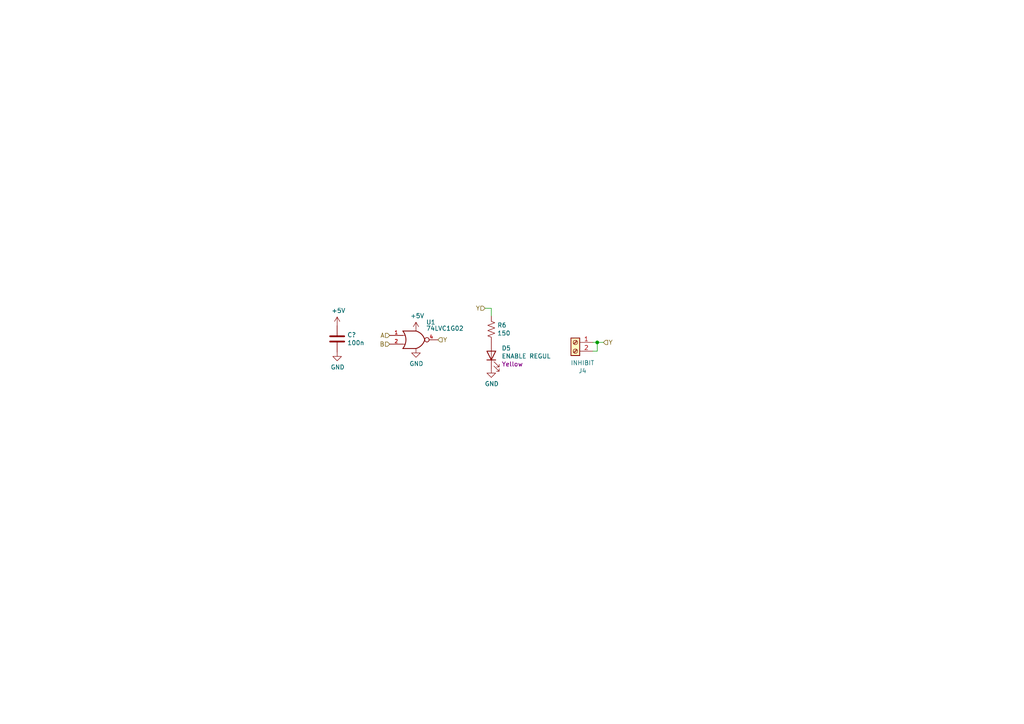
<source format=kicad_sch>
(kicad_sch (version 20230121) (generator eeschema)
  (paper "A4")
  (lib_symbols
    (symbol "Connector:Screw_Terminal_01x02" (pin_names (offset 1.016) hide)
      (property "Reference" "J" (at 0 2.54 0))
      (property "Value" "Screw_Terminal_01x02" (at 0 -5.08 0))
      (symbol "Screw_Terminal_01x02_1_1"
        (rectangle (start -1.27 1.27) (end 1.27 -3.81) (stroke (width 0.254)) (fill (type background)))
        (circle (center 0 -2.54) (radius 0.635) (stroke (width 0.1524)))
        (polyline (pts (xy -0.5334 -2.2098) (xy 0.3302 -3.048)) (stroke (width 0.1524)))
        (polyline (pts (xy -0.5334 0.3302) (xy 0.3302 -0.508)) (stroke (width 0.1524)))
        (polyline (pts (xy -0.3556 -2.032) (xy 0.508 -2.8702)) (stroke (width 0.1524)))
        (polyline (pts (xy -0.3556 0.508) (xy 0.508 -0.3302)) (stroke (width 0.1524)))
        (circle (center 0 0) (radius 0.635) (stroke (width 0.1524)))
        (pin passive line (at -5.08 0 0) (length 3.81) (name "Pin_1") (number "1"))
        (pin passive line (at -5.08 -2.54 0) (length 3.81) (name "Pin_2") (number "2"))
      )
    )
    (symbol "Device:C" (pin_numbers hide) (pin_names (offset 0.254))
      (property "Reference" "C" (at 0.635 2.54 0))
      (property "Value" "C" (at 0.635 -2.54 0))
      (symbol "C_0_1"
        (polyline (pts (xy -2.032 -0.762) (xy 2.032 -0.762)) (stroke (width 0.508)))
        (polyline (pts (xy -2.032 0.762) (xy 2.032 0.762)) (stroke (width 0.508)))
      )
      (symbol "C_1_1"
        (pin passive line (at 0 3.81 270) (length 2.794) (name "~") (number "1"))
        (pin passive line (at 0 -3.81 90) (length 2.794) (name "~") (number "2"))
      )
    )
    (symbol "Device:LED" (pin_numbers hide) (pin_names (offset 1.016) hide)
      (property "Reference" "D" (at 0 2.54 0))
      (property "Value" "LED" (at 0 -2.54 0))
      (symbol "LED_0_1"
        (polyline (pts (xy -1.27 -1.27) (xy -1.27 1.27)) (stroke (width 0.254)))
        (polyline (pts (xy -1.27 0) (xy 1.27 0)))
        (polyline (pts (xy 1.27 -1.27) (xy 1.27 1.27) (xy -1.27 0) (xy 1.27 -1.27)) (stroke (width 0.254)))
        (polyline (pts (xy -3.048 -0.762) (xy -4.572 -2.286) (xy -3.81 -2.286) (xy -4.572 -2.286) (xy -4.572 -1.524)))
        (polyline (pts (xy -1.778 -0.762) (xy -3.302 -2.286) (xy -2.54 -2.286) (xy -3.302 -2.286) (xy -3.302 -1.524)))
      )
      (symbol "LED_1_1"
        (pin passive line (at -3.81 0 0) (length 2.54) (name "K") (number "1"))
        (pin passive line (at 3.81 0 180) (length 2.54) (name "A") (number "2"))
      )
    )
    (symbol "Device:R_US" (pin_numbers hide) (pin_names (offset 0))
      (property "Reference" "R" (at 2.54 0 90))
      (property "Value" "R_US" (at -2.54 0 90))
      (symbol "R_US_0_1"
        (polyline (pts (xy 0 -2.286) (xy 0 -2.54)))
        (polyline (pts (xy 0 2.286) (xy 0 2.54)))
        (polyline (pts (xy 0 -0.762) (xy 1.016 -1.143) (xy 0 -1.524) (xy -1.016 -1.905) (xy 0 -2.286)))
        (polyline (pts (xy 0 0.762) (xy 1.016 0.381) (xy 0 0) (xy -1.016 -0.381) (xy 0 -0.762)))
        (polyline (pts (xy 0 2.286) (xy 1.016 1.905) (xy 0 1.524) (xy -1.016 1.143) (xy 0 0.762)))
      )
      (symbol "R_US_1_1"
        (pin passive line (at 0 3.81 270) (length 1.27) (name "~") (number "1"))
        (pin passive line (at 0 -3.81 90) (length 1.27) (name "~") (number "2"))
      )
    )
    (symbol "MasterAlim-rescue:74LVC1G02-74xGxx" (pin_names (offset 1.016))
      (property "Reference" "U" (at -2.54 3.81 0))
      (property "Value" "74xGxx_74LVC1G02" (at 0 -3.81 0))
      (symbol "74LVC1G02-74xGxx_0_1"
        (arc (start -3.81 -2.54) (mid -2.919 0) (end -3.81 2.54) (stroke (width 0.254)))
        (arc (start 0 -2.54) (mid 1.5993 -1.6027) (end 2.54 0) (stroke (width 0.254)))
        (polyline (pts (xy -3.81 -1.27) (xy -3.175 -1.27)))
        (polyline (pts (xy -3.81 1.27) (xy -3.175 1.27)))
        (polyline (pts (xy 0 -2.54) (xy -3.81 -2.54)) (stroke (width 0.254)) (fill (type background)))
        (polyline (pts (xy 0 2.54) (xy -3.81 2.54)) (stroke (width 0.254)) (fill (type background)))
        (arc (start 2.54 0) (mid 1.6119 1.6152) (end 0 2.54) (stroke (width 0.254)))
      )
      (symbol "74LVC1G02-74xGxx_1_1"
        (pin input line (at -7.62 1.27 0) (length 3.81) (name "~") (number "1"))
        (pin input line (at -7.62 -1.27 0) (length 3.81) (name "~") (number "2"))
        (pin power_in line (at 0 -2.54 270) (length 0) hide (name "GND") (number "3"))
        (pin output inverted (at 6.35 0 180) (length 3.81) (name "~") (number "4"))
        (pin power_in line (at 0 2.54 90) (length 0) hide (name "VCC") (number "5"))
      )
    )
    (symbol "power:+5V" (power) (pin_names (offset 0))
      (property "Value" "+5V" (at 0 3.556 0))
      (symbol "+5V_0_1"
        (polyline (pts (xy -0.762 1.27) (xy 0 2.54)))
        (polyline (pts (xy 0 0) (xy 0 2.54)))
        (polyline (pts (xy 0 2.54) (xy 0.762 1.27)))
      )
      (symbol "+5V_1_1"
        (pin power_in line (at 0 0 90) (length 0) hide (name "+5V") (number "1"))
      )
    )
    (symbol "power:GND" (power) (pin_names (offset 0))
      (property "Value" "GND" (at 0 -3.81 0))
      (symbol "GND_0_1"
        (polyline (pts (xy 0 0) (xy 0 -1.27) (xy 1.27 -1.27) (xy 0 -2.54) (xy -1.27 -1.27) (xy 0 -1.27)))
      )
      (symbol "GND_1_1"
        (pin power_in line (at 0 0 270) (length 0) hide (name "GND") (number "1"))
      )
    )
  )
  (junction (at 173.228 99.314))
  (wire (pts (xy 140.716 89.408) (xy 142.494 89.408)))
  (wire (pts (xy 171.958 101.854) (xy 173.228 101.854)))
  (wire (pts (xy 173.228 101.854) (xy 173.228 99.314)))
  (wire (pts (xy 173.228 99.314) (xy 171.958 99.314)))
  (wire (pts (xy 142.494 89.408) (xy 142.494 91.694)))
  (wire (pts (xy 175.006 99.314) (xy 173.228 99.314)))
  (hierarchical_label "Y" (shape input) (at 140.716 89.408 180))
  (hierarchical_label "A" (shape input) (at 113.03 97.282 180))
  (hierarchical_label "Y" (shape input) (at 175.006 99.314 0))
  (hierarchical_label "B" (shape input) (at 113.03 99.822 180))
  (hierarchical_label "Y" (shape input) (at 127 98.552 0))
  (symbol (lib_id "Connector:Screw_Terminal_01x02") (at 166.878 99.314 0) (mirror y) (unit 1)
    (property "Reference" "J4" (at 168.9608 107.569 0))
    (property "Value" "INHIBIT" (at 168.9608 105.2576 0))
    (property "Footprint" "TerminalBlock_Phoenix:TerminalBlock_Phoenix_MPT-0,5-2-2.54_1x02_P2.54mm_Horizontal" (effects hide))
    (property "JLCPCB BOM" "0" (effects hide))
    (instances (project "MasterAlim" (path "" (reference "J4") (unit 1)) (path "" (reference "J8") (unit 1)) (path "" (reference "J?") (unit 1)) (path "" (reference "J12") (unit 1)) (path "" (reference "J6") (unit 1))))
  )
  (symbol (lib_id "MasterAlim-rescue:74LVC1G02-74xGxx") (at 120.65 98.552 0) (unit 1)
    (property "Reference" "U1" (at 124.968 93.472 0))
    (property "Value" "74LVC1G02" (at 129.032 95.25 0))
    (property "Footprint" "Package_TO_SOT_SMD:SOT-23-5_HandSoldering" (effects hide))
    (property "Datasheet" "http://www.ti.com/lit/sg/scyt129e/scyt129e.pdf" (effects hide))
    (property "LCSC Part" "C16360" (effects hide))
    (instances (project "MasterAlim" (path "" (reference "U1") (unit 1)) (path "" (reference "U3") (unit 1)) (path "" (reference "U?") (unit 1)) (path "" (reference "U4") (unit 1)) (path "" (reference "U2") (unit 1))))
  )
  (symbol (lib_id "power:GND") (at 120.65 101.092 0) (unit 1)
    (property "Reference" "#PWR013" (effects hide))
    (property "Value" "GND" (at 120.777 105.4862 0))
    (instances (project "MasterAlim" (path "" (reference "#PWR013") (unit 1)) (path "" (reference "#PWR029") (unit 1)) (path "" (reference "#PWR?") (unit 1)) (path "" (reference "#PWR037") (unit 1)) (path "" (reference "#PWR022") (unit 1))))
  )
  (symbol (lib_id "power:+5V") (at 120.65 96.012 0) (unit 1)
    (property "Reference" "#PWR012" (effects hide))
    (property "Value" "+5V" (at 121.031 91.6178 0))
    (instances (project "MasterAlim" (path "" (reference "#PWR012") (unit 1)) (path "" (reference "#PWR028") (unit 1)) (path "" (reference "#PWR?") (unit 1)) (path "" (reference "#PWR036") (unit 1)) (path "" (reference "#PWR021") (unit 1))))
  )
  (symbol (lib_id "Device:C") (at 97.79 98.298 0) (unit 1)
    (property "Reference" "C?" (at 100.711 97.1296 0) (effects (justify left)))
    (property "Value" "100n" (at 100.711 99.441 0) (effects (justify left)))
    (property "Footprint" "Capacitor_SMD:C_0603_1608Metric_Pad1.08x0.95mm_HandSolder" (effects hide))
    (property "LCSC Part" " C14663" (effects hide))
    (property "Tension" "50V" (effects hide))
    (instances (project "MasterAlim" (path "" (reference "C?") (unit 1)) (path "" (reference "C6") (unit 1)) (path "" (reference "C10") (unit 1)) (path "" (reference "C2") (unit 1)) (path "" (reference "C?") (unit 1)) (path "" (reference "C8") (unit 1))))
  )
  (symbol (lib_id "power:+5V") (at 97.79 94.488 0) (unit 1)
    (property "Reference" "#PWR?" (effects hide))
    (property "Value" "+5V" (at 98.171 90.0938 0))
    (instances (project "MasterAlim" (path "" (reference "#PWR?") (unit 1)) (path "" (reference "#PWR017") (unit 1)) (path "" (reference "#PWR034") (unit 1)) (path "" (reference "#PWR010") (unit 1)) (path "" (reference "#PWR?") (unit 1)) (path "" (reference "#PWR026") (unit 1))))
  )
  (symbol (lib_id "power:GND") (at 97.79 102.108 0) (unit 1)
    (property "Reference" "#PWR?" (effects hide))
    (property "Value" "GND" (at 97.917 106.5022 0))
    (instances (project "MasterAlim" (path "" (reference "#PWR?") (unit 1)) (path "" (reference "#PWR018") (unit 1)) (path "" (reference "#PWR035") (unit 1)) (path "" (reference "#PWR011") (unit 1)) (path "" (reference "#PWR?") (unit 1)) (path "" (reference "#PWR027") (unit 1))))
  )
  (symbol (lib_id "Device:LED") (at 142.494 103.124 90) (unit 1)
    (property "Reference" "D5" (at 145.4912 100.9904 90) (effects (justify right)))
    (property "Value" "ENABLE REGUL" (at 145.4912 103.3018 90) (effects (justify right)))
    (property "Footprint" "LED_SMD:LED_0805_2012Metric" (effects hide))
    (property "Datasheet" "https://datasheet.lcsc.com/lcsc/2203290930_Everlight-Elec-17-21SYGC-S530-E1-TR8_C74346.pdf" (effects hide))
    (property "Color" "Yellow" (at 145.4912 105.6132 90) (effects (justify right)))
    (property "LCSC Part" "C74346" (effects hide))
    (instances (project "MasterAlim" (path "" (reference "D5") (unit 1)) (path "" (reference "D8") (unit 1)) (path "" (reference "D6") (unit 1)) (path "" (reference "D4") (unit 1))))
  )
  (symbol (lib_id "Device:R_US") (at 142.494 95.504 0) (unit 1)
    (property "Reference" "R6" (at 144.2212 94.3356 0) (effects (justify left)))
    (property "Value" "150" (at 144.2212 96.647 0) (effects (justify left)))
    (property "Footprint" "Resistor_SMD:R_0805_2012Metric_Pad1.20x1.40mm_HandSolder" (effects hide))
    (property "LCSC Part" "C17471" (effects hide))
    (instances (project "MasterAlim" (path "" (reference "R6") (unit 1)) (path "" (reference "R8") (unit 1)) (path "" (reference "R7") (unit 1)) (path "" (reference "R5") (unit 1))))
  )
  (symbol (lib_id "power:GND") (at 142.494 106.934 0) (unit 1)
    (property "Reference" "#PWR?" (effects hide))
    (property "Value" "GND" (at 142.621 111.3282 0))
    (instances (project "MasterAlim" (path "" (reference "#PWR?") (unit 1)) (path "" (reference "#PWR023") (unit 1)) (path "" (reference "#PWR038") (unit 1)) (path "" (reference "#PWR014") (unit 1)) (path "" (reference "#PWR?") (unit 1)) (path "" (reference "#PWR030") (unit 1))))
  )
)
</source>
